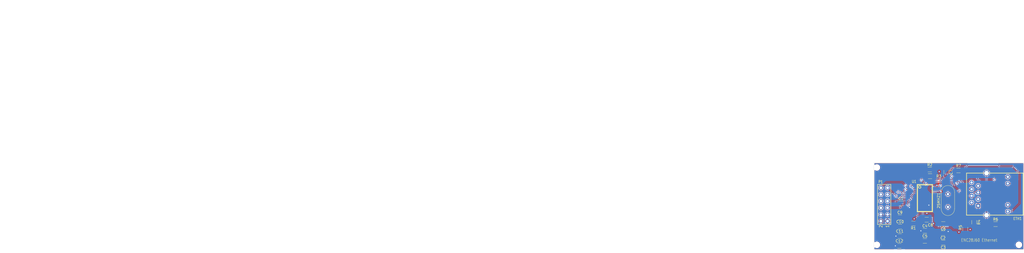
<source format=kicad_pcb>
(kicad_pcb (version 20211014) (generator pcbnew)
  (layers (0 "F.Cu" signal) (31 "B.Cu" signal) (34 "B.Paste" user) (35 "F.Paste" user) (36 "B.SilkS" user "B.Silkscreen") (37 "F.SilkS" user "F.Silkscreen") (38 "B.Mask" user) (39 "F.Mask" user) (44 "Edge.Cuts" user))
  (net 0 "")
  (net 1 "GND")
  (net 2 "Net-(25MHZ1-Pad1)")
  (net 3 "3.3V")
  (net 4 "Net-(25MHZ1-Pad2)")
  (net 5 "Net-(C1-Pad2)")
  (net 7 "/TPOUT+")
  (net 8 "/TPOUT-")
  (net 9 "/TPIN+")
  (net 10 "/TPIN-")
  (net 11 "/LEDA")
  (net 12 "Net-(ETH1-Pad10)")
  (net 13 "Net-(ETH1-Pad11)")
  (net 14 "/LEDB")
  (net 15 "/MISO")
  (net 17 "/MOSI")
  (net 18 "/RESET")
  (net 19 "/SCK")
  (net 21 "/CS")
  (net 22 "/INT")
  (net 23 "Net-(R1-Pad1)")
  (footprint "Resistor_SMD:R_1206_3216Metric" (layer "F.Cu") (at 165.1 71.2216)
    (fp_text reference "R7" (at 0 -1.82) (layer "F.SilkS"))
    (fp_text value "1k")
    (fp_line (start -0.727064 -0.91) (end 0.727064 -0.91) (layer "F.SilkS") (width 0.12))
    (fp_line (start -0.727064 0.91) (end 0.727064 0.91) (layer "F.SilkS") (width 0.12))
    (pad "1" smd roundrect (at -1.4625 0) (size 1.125 1.75) (layers "F.Cu" "F.Paste" "F.Mask") (roundrect_rratio 0.222222) (net 1 "GND"))
    (pad "2" smd roundrect (at 1.4625 0) (size 1.125 1.75) (layers "F.Cu" "F.Paste" "F.Mask") (roundrect_rratio 0.222222) (net 13 "Net-(ETH1-Pad11)"))
  )
  (footprint "Crystal:Crystal_HC49-4H_Vertical" (layer "F.Cu") (at 161.0868 85.1016 90)
    (fp_text reference "25MHZ1" (at 2.44 -3.525 90) (layer "F.SilkS"))
    (fp_text value "XTALfast")
    (fp_line (start -0.76 -2.525) (end 5.64 -2.525) (layer "F.SilkS") (width 0.12))
    (fp_line (start -0.76 2.525) (end 5.64 2.525) (layer "F.SilkS") (width 0.12))
    (fp_arc (start -0.76 2.525) (mid -3.285 0) (end -0.76 -2.525) (layer "F.SilkS") (width 0.12))
    (fp_arc (start 5.64 -2.525) (mid 8.165 0) (end 5.64 2.525) (layer "F.SilkS") (width 0.12))
    (pad "1" thru_hole circle (at 0 0 90) (size 1.5 1.5) (drill 0.8) (layers *.Cu *.Mask) (net 2 "Net-(25MHZ1-Pad1)"))
    (pad "2" thru_hole circle (at 4.88 0 90) (size 1.5 1.5) (drill 0.8) (layers *.Cu *.Mask) (net 4 "Net-(25MHZ1-Pad2)"))
  )
  (footprint "EasyEda:MountingHole_2.03mm" (layer "F.Cu") (at 134.0192 99.5336)
    (fp_text reference "" (at 0 0) (layer "F.SilkS") (effects (font (size 1.27 1.27))))
    (fp_text value "" (at 0 0) (layer "F.SilkS") (effects (font (size 1.27 1.27))))
    (pad "" np_thru_hole circle (at 0 0) (size 2.032 2.032) (drill 2.032) (layers *.Cu *.Mask))
  )
  (footprint "EasyEda:MountingHole_2.03mm" (layer "F.Cu") (at 188.1212 99.5336)
    (fp_text reference "" (at 0 0) (layer "F.SilkS") (effects (font (size 1.27 1.27))))
    (fp_text value "" (at 0 0) (layer "F.SilkS") (effects (font (size 1.27 1.27))))
    (pad "" np_thru_hole circle (at 0 0) (size 2.032 2.032) (drill 2.032) (layers *.Cu *.Mask))
  )
  (footprint "Resistor_SMD:R_1206_3216Metric" (layer "F.Cu") (at 171.0944 90.932 -90)
    (fp_text reference "R4" (at 0 -1.82 -90) (layer "F.SilkS"))
    (fp_text value "1k")
    (fp_line (start -0.727064 0.91) (end 0.727064 0.91) (layer "F.SilkS") (width 0.12))
    (fp_line (start -0.727064 -0.91) (end 0.727064 -0.91) (layer "F.SilkS") (width 0.12))
    (pad "1" smd roundrect (at -1.4625 0 270) (size 1.125 1.75) (layers "F.Cu" "F.Paste" "F.Mask") (roundrect_rratio 0.222222) (net 7 "/TPOUT+"))
    (pad "2" smd roundrect (at 1.4625 0 270) (size 1.125 1.75) (layers "F.Cu" "F.Paste" "F.Mask") (roundrect_rratio 0.222222) (net 3 "3.3V"))
  )
  (footprint "Resistor_SMD:R_1206_3216Metric" (layer "F.Cu") (at 167.6908 93.5228 -90)
    (fp_text reference "R5" (at -0.5588 1.8288 -90) (layer "F.SilkS"))
    (fp_text value "1k")
    (fp_line (start -0.727064 -0.91) (end 0.727064 -0.91) (layer "F.SilkS") (width 0.12))
    (fp_line (start -0.727064 0.91) (end 0.727064 0.91) (layer "F.SilkS") (width 0.12))
    (pad "1" smd roundrect (at -1.4625 0 270) (size 1.125 1.75) (layers "F.Cu" "F.Paste" "F.Mask") (roundrect_rratio 0.222222) (net 8 "/TPOUT-"))
    (pad "2" smd roundrect (at 1.4625 0 270) (size 1.125 1.75) (layers "F.Cu" "F.Paste" "F.Mask") (roundrect_rratio 0.222222) (net 3 "3.3V"))
  )
  (footprint "Capacitor_SMD:C_1206_3216Metric" (layer "F.Cu") (at 153.0096 89.9668 180)
    (fp_text reference "C8" (at -1.4224 -2.032 180) (layer "F.SilkS"))
    (fp_text value "20p")
    (fp_line (start -0.711252 -0.91) (end 0.711252 -0.91) (layer "F.SilkS") (width 0.12))
    (fp_line (start -0.711252 0.91) (end 0.711252 0.91) (layer "F.SilkS") (width 0.12))
    (pad "1" smd roundrect (at -1.475 0 180) (size 1.15 1.8) (layers "F.Cu" "F.Paste" "F.Mask") (roundrect_rratio 0.217391))
    (pad "2" smd roundrect (at 1.475 0 180) (size 1.15 1.8) (layers "F.Cu" "F.Paste" "F.Mask") (roundrect_rratio 0.217391) (net 2 "Net-(25MHZ1-Pad1)"))
  )
  (footprint "Capacitor_SMD:C_1206_3216Metric" (layer "F.Cu") (at 142.8496 92.6084)
    (fp_text reference "C10" (at 0 -1.85) (layer "F.SilkS"))
    (fp_text value "1u")
    (fp_line (start -0.711252 0.91) (end 0.711252 0.91) (layer "F.SilkS") (width 0.12))
    (fp_line (start -0.711252 -0.91) (end 0.711252 -0.91) (layer "F.SilkS") (width 0.12))
    (pad "1" smd roundrect (at -1.475 0) (size 1.15 1.8) (layers "F.Cu" "F.Paste" "F.Mask") (roundrect_rratio 0.217391) (net 1 "GND"))
    (pad "2" smd roundrect (at 1.475 0) (size 1.15 1.8) (layers "F.Cu" "F.Paste" "F.Mask") (roundrect_rratio 0.217391) (net 3 "3.3V"))
  )
  (footprint "EasyEda:SSOP28DB" (layer "F.Cu") (at 152.3072 81.7536 -90)
    (fp_text reference "U1" (at -6.35 5.042) (layer "F.SilkS") (effects (font (size 1.029 0.857) (thickness 0.142)) (justify left)))
    (fp_text value "ENC28J60" hide)
    (fp_line (start 5.029 -2.769) (end 5.029 2.769) (layer "F.SilkS") (width 0.254))
    (fp_line (start 5.207 -2.921) (end 5.207 2.921) (layer "F.SilkS") (width 0.254))
    (fp_line (start -5.207 2.921) (end -5.207 -2.921) (layer "F.SilkS") (width 0.254))
    (fp_line (start -5.207 -2.921) (end 5.207 -2.921) (layer "F.SilkS") (width 0.254))
    (fp_line (start 5.207 2.921) (end -5.207 2.921) (layer "F.SilkS") (width 0.254))
    (fp_line (start -5.029 2.769) (end -5.029 -2.769) (layer "F.SilkS") (width 0.254))
    (fp_line (start -5.029 -2.769) (end 5.029 -2.769) (layer "F.SilkS") (width 0.254))
    (fp_line (start 5.029 2.769) (end -5.029 2.769) (layer "F.SilkS") (width 0.254))
    (fp_circle (center -4.216 1.956) (end -3.759 1.956) (layer "F.SilkS") (width 0.254) (fill none))
    (pad "1" smd rect (at -4.216 3.658 270) (size 0.348 1.397) (layers "F.Cu" "F.Paste" "F.Mask") (net 5 "Net-(C1-Pad2)"))
    (pad "2" smd rect (at -3.581 3.658 270) (size 0.348 1.397) (layers "F.Cu" "F.Paste" "F.Mask") (net 1 "GND"))
    (pad "3" smd rect (at -2.921 3.658 270) (size 0.348 1.397) (layers "F.Cu" "F.Paste" "F.Mask"))
    (pad "4" smd rect (at -2.286 3.658 270) (size 0.348 1.397) (layers "F.Cu" "F.Paste" "F.Mask") (net 22 "/INT"))
    (pad "5" smd rect (at -1.626 3.658 270) (size 0.348 1.397) (layers "F.Cu" "F.Paste" "F.Mask"))
    (pad "6" smd rect (at -0.965 3.658 270) (size 0.348 1.397) (layers "F.Cu" "F.Paste" "F.Mask") (net 15 "/MISO"))
    (pad "7" smd rect (at -0.33 3.658 270) (size 0.348 1.397) (layers "F.Cu" "F.Paste" "F.Mask") (net 17 "/MOSI"))
    (pad "8" smd rect (at 0.33 3.658 270) (size 0.348 1.397) (layers "F.Cu" "F.Paste" "F.Mask") (net 19 "/SCK"))
    (pad "9" smd rect (at 0.965 3.658 270) (size 0.348 1.397) (layers "F.Cu" "F.Paste" "F.Mask") (net 21 "/CS"))
    (pad "10" smd rect (at 1.626 3.658 270) (size 0.348 1.397) (layers "F.Cu" "F.Paste" "F.Mask") (net 18 "/RESET"))
    (pad "11" smd rect (at 2.286 3.658 270) (size 0.348 1.397) (layers "F.Cu" "F.Paste" "F.Mask") (net 1 "GND"))
    (pad "12" smd rect (at 2.921 3.658 270) (size 0.348 1.397) (layers "F.Cu" "F.Paste" "F.Mask") (net 10 "/TPIN-"))
    (pad "13" smd rect (at 3.581 3.658 270) (size 0.348 1.397) (layers "F.Cu" "F.Paste" "F.Mask") (net 9 "/TPIN+"))
    (pad "14" smd rect (at 4.216 3.658 270) (size 0.348 1.397) (layers "F.Cu" "F.Paste" "F.Mask") (net 23 "Net-(R1-Pad1)"))
    (pad "15" smd rect (at 4.216 -3.658 270) (size 0.348 1.397) (layers "F.Cu" "F.Paste" "F.Mask") (net 3 "3.3V"))
    (pad "16" smd rect (at 3.581 -3.658 270) (size 0.348 1.397) (layers "F.Cu" "F.Paste" "F.Mask") (net 8 "/TPOUT-"))
    (pad "17" smd rect (at 2.921 -3.658 270) (size 0.348 1.397) (layers "F.Cu" "F.Paste" "F.Mask") (net 7 "/TPOUT+"))
    (pad "18" smd rect (at 2.286 -3.658 270) (size 0.348 1.397) (layers "F.Cu" "F.Paste" "F.Mask") (net 1 "GND"))
    (pad "19" smd rect (at 1.626 -3.658 270) (size 0.348 1.397) (layers "F.Cu" "F.Paste" "F.Mask") (net 3 "3.3V"))
    (pad "20" smd rect (at 0.965 -3.658 270) (size 0.348 1.397) (layers "F.Cu" "F.Paste" "F.Mask") (net 3 "3.3V"))
    (pad "21" smd rect (at 0.33 -3.658 270) (size 0.348 1.397) (layers "F.Cu" "F.Paste" "F.Mask") (net 1 "GND"))
    (pad "22" smd rect (at -0.33 -3.658 270) (size 0.348 1.397) (layers "F.Cu" "F.Paste" "F.Mask") (net 1 "GND"))
    (pad "23" smd rect (at -0.965 -3.658 270) (size 0.348 1.397) (layers "F.Cu" "F.Paste" "F.Mask") (net 2 "Net-(25MHZ1-Pad1)"))
    (pad "24" smd rect (at -1.626 -3.658 270) (size 0.348 1.397) (layers "F.Cu" "F.Paste" "F.Mask") (net 4 "Net-(25MHZ1-Pad2)"))
    (pad "25" smd rect (at -2.286 -3.658 270) (size 0.348 1.397) (layers "F.Cu" "F.Paste" "F.Mask") (net 3 "3.3V"))
    (pad "26" smd rect (at -2.921 -3.658 270) (size 0.348 1.397) (layers "F.Cu" "F.Paste" "F.Mask") (net 14 "/LEDB"))
    (pad "27" smd rect (at -3.581 -3.658 270) (size 0.348 1.397) (layers "F.Cu" "F.Paste" "F.Mask") (net 11 "/LEDA"))
    (pad "28" smd rect (at -4.216 -3.658 270) (size 0.348 1.397) (layers "F.Cu" "F.Paste" "F.Mask") (net 3 "3.3V"))
  )
  (footprint "Capacitor_SMD:C_1206_3216Metric" (layer "F.Cu") (at 142.7988 89.0524)
    (fp_text reference "C9" (at 0 -1.85) (layer "F.SilkS"))
    (fp_text value "1u")
    (fp_line (start -0.711252 -0.91) (end 0.711252 -0.91) (layer "F.SilkS") (width 0.12))
    (fp_line (start -0.711252 0.91) (end 0.711252 0.91) (layer "F.SilkS") (width 0.12))
    (pad "1" smd roundrect (at -1.475 0) (size 1.15 1.8) (layers "F.Cu" "F.Paste" "F.Mask") (roundrect_rratio 0.217391) (net 1 "GND"))
    (pad "2" smd roundrect (at 1.475 0) (size 1.15 1.8) (layers "F.Cu" "F.Paste" "F.Mask") (roundrect_rratio 0.217391) (net 3 "3.3V"))
  )
  (footprint "Resistor_SMD:R_1206_3216Metric" (layer "F.Cu") (at 179.2312 91.6596)
    (fp_text reference "R6" (at 0 -1.82) (layer "F.SilkS"))
    (fp_text value "1k")
    (fp_line (start -0.727064 0.91) (end 0.727064 0.91) (layer "F.SilkS") (width 0.12))
    (fp_line (start -0.727064 -0.91) (end 0.727064 -0.91) (layer "F.SilkS") (width 0.12))
    (pad "1" smd roundrect (at -1.4625 0) (size 1.125 1.75) (layers "F.Cu" "F.Paste" "F.Mask") (roundrect_rratio 0.222222) (net 1 "GND"))
    (pad "2" smd roundrect (at 1.4625 0) (size 1.125 1.75) (layers "F.Cu" "F.Paste" "F.Mask") (roundrect_rratio 0.222222) (net 12 "Net-(ETH1-Pad10)"))
  )
  (footprint "Resistor_SMD:R_1206_3216Metric" (layer "F.Cu") (at 147.9296 91.3892 180)
    (fp_text reference "R1" (at 0 -1.82 180) (layer "F.SilkS"))
    (fp_text value "1k")
    (fp_line (start -0.727064 0.91) (end 0.727064 0.91) (layer "F.SilkS") (width 0.12))
    (fp_line (start -0.727064 -0.91) (end 0.727064 -0.91) (layer "F.SilkS") (width 0.12))
    (pad "1" smd roundrect (at -1.4625 0 180) (size 1.125 1.75) (layers "F.Cu" "F.Paste" "F.Mask") (roundrect_rratio 0.222222) (net 23 "Net-(R1-Pad1)"))
    (pad "2" smd roundrect (at 1.4625 0 180) (size 1.125 1.75) (layers "F.Cu" "F.Paste" "F.Mask") (roundrect_rratio 0.222222) (net 1 "GND"))
  )
  (footprint "Capacitor_SMD:C_1206_3216Metric" (layer "F.Cu") (at 142.748 96.2152)
    (fp_text reference "C11" (at 0 -1.85) (layer "F.SilkS"))
    (fp_text value "1u")
    (fp_line (start -0.711252 0.91) (end 0.711252 0.91) (layer "F.SilkS") (width 0.12))
    (fp_line (start -0.711252 -0.91) (end 0.711252 -0.91) (layer "F.SilkS") (width 0.12))
    (pad "1" smd roundrect (at -1.475 0) (size 1.15 1.8) (layers "F.Cu" "F.Paste" "F.Mask") (roundrect_rratio 0.217391) (net 1 "GND"))
    (pad "2" smd roundrect (at 1.475 0) (size 1.15 1.8) (layers "F.Cu" "F.Paste" "F.Mask") (roundrect_rratio 0.217391) (net 3 "3.3V"))
  )
  (footprint "EasyEda:HDR2X6" (layer "F.Cu") (at 138.0832 90.6436 90)
    (fp_text reference "P1" (at 15.104 -3.5648) (layer "F.SilkS") (effects (font (size 1.029 0.857) (thickness 0.142)) (justify left)))
    (fp_text value "HDR2X6" hide)
    (fp_text user "1" (at -2.413 0 90) (layer "F.SilkS") (effects (font (size 1.143 0.953) (thickness 0.163)) (justify left)))
    (fp_text user "2" (at -2.413 -2.54 90) (layer "F.SilkS") (effects (font (size 1.143 0.953) (thickness 0.163)) (justify left)))
    (fp_line (start -1.143 -3.81) (end 14.097 -3.81) (layer "F.SilkS") (width 0.201))
    (fp_line (start -1.143 1.27) (end -1.143 -3.81) (layer "F.SilkS") (width 0.201))
    (fp_line (start 14.097 1.27) (end 14.097 -3.81) (layer "F.SilkS") (width 0.201))
    (fp_line (start -1.143 1.27) (end 14.097 1.27) (layer "F.SilkS") (width 0.201))
    (pad "1" thru_hole rect (at 0.127 0 90) (size 1.499 1.499) (drill 0.914) (layers *.Cu *.Paste *.Mask) (net 3 "3.3V"))
    (pad "2" thru_hole circle (at 0.127 -2.54 90) (size 1.499 1.499) (drill 0.914) (layers *.Cu *.Paste *.Mask) (net 3 "3.3V"))
    (pad "3" thru_hole circle (at 2.667 0 90) (size 1.499 1.499) (drill 0.914) (layers *.Cu *.Paste *.Mask) (net 1 "GND"))
    (pad "4" thru_hole circle (at 2.667 -2.54 90) (size 1.499 1.499) (drill 0.914) (layers *.Cu *.Paste *.Mask) (net 1 "GND"))
    (pad "5" thru_hole circle (at 5.207 0 90) (size 1.499 1.499) (drill 0.914) (layers *.Cu *.Paste *.Mask) (net 15 "/MISO"))
    (pad "6" thru_hole circle (at 5.207 -2.54 90) (size 1.499 1.499) (drill 0.914) (layers *.Cu *.Paste *.Mask))
    (pad "7" thru_hole circle (at 7.747 0 90) (size 1.499 1.499) (drill 0.914) (layers *.Cu *.Paste *.Mask) (net 17 "/MOSI"))
    (pad "8" thru_hole circle (at 7.747 -2.54 90) (size 1.499 1.499) (drill 0.914) (layers *.Cu *.Paste *.Mask) (net 18 "/RESET"))
    (pad "9" thru_hole circle (at 10.287 0 90) (size 1.499 1.499) (drill 0.914) (layers *.Cu *.Paste *.Mask) (net 19 "/SCK"))
    (pad "10" thru_hole circle (at 10.287 -2.54 90) (size 1.499 1.499) (drill 0.914) (layers *.Cu *.Paste *.Mask))
    (pad "11" thru_hole circle (at 12.827 0 90) (size 1.499 1.499) (drill 0.914) (layers *.Cu *.Paste *.Mask) (net 21 "/CS"))
    (pad "12" thru_hole circle (at 12.827 -2.54 90) (size 1.499 1.499) (drill 0.914) (layers *.Cu *.Paste *.Mask) (net 22 "/INT"))
  )
  (footprint "Capacitor_SMD:C_1206_3216Metric" (layer "F.Cu") (at 159.3088 91.5924 180)
    (fp_text reference "C6" (at 0 -1.85 180) (layer "F.SilkS"))
    (fp_text value "1u")
    (fp_line (start -0.711252 0.91) (end 0.711252 0.91) (layer "F.SilkS") (width 0.12))
    (fp_line (start -0.711252 -0.91) (end 0.711252 -0.91) (layer "F.SilkS") (width 0.12))
    (pad "1" smd roundrect (at -1.475 0 180) (size 1.15 1.8) (layers "F.Cu" "F.Paste" "F.Mask") (roundrect_rratio 0.217391) (net 1 "GND"))
    (pad "2" smd roundrect (at 1.475 0 180) (size 1.15 1.8) (layers "F.Cu" "F.Paste" "F.Mask") (roundrect_rratio 0.217391) (net 3 "3.3V"))
  )
  (footprint "Resistor_SMD:R_1206_3216Metric" (layer "F.Cu") (at 154.178 70.866)
    (fp_text reference "R2" (at 0 -1.82) (layer "F.SilkS"))
    (fp_text value "1k")
    (fp_line (start -0.727064 0.91) (end 0.727064 0.91) (layer "F.SilkS") (width 0.12))
    (fp_line (start -0.727064 -0.91) (end 0.727064 -0.91) (layer "F.SilkS") (width 0.12))
    (pad "1" smd roundrect (at -1.4625 0) (size 1.125 1.75) (layers "F.Cu" "F.Paste" "F.Mask") (roundrect_rratio 0.222222) (net 9 "/TPIN+"))
    (pad "2" smd roundrect (at 1.4625 0) (size 1.125 1.75) (layers "F.Cu" "F.Paste" "F.Mask") (roundrect_rratio 0.222222) (net 3 "3.3V"))
  )
  (footprint "Capacitor_SMD:C_1206_3216Metric" (layer "F.Cu") (at 160.4772 71.8312 -90)
    (fp_text reference "C7" (at 0 -1.85 90) (layer "F.SilkS"))
    (fp_text value "20p")
    (fp_line (start -0.711252 -0.91) (end 0.711252 -0.91) (layer "F.SilkS") (width 0.12))
    (fp_line (start -0.711252 0.91) (end 0.711252 0.91) (layer "F.SilkS") (width 0.12))
    (pad "1" smd roundrect (at -1.475 0 270) (size 1.15 1.8) (layers "F.Cu" "F.Paste" "F.Mask") (roundrect_rratio 0.217391) (net 1 "GND"))
    (pad "2" smd roundrect (at 1.475 0 270) (size 1.15 1.8) (layers "F.Cu" "F.Paste" "F.Mask") (roundrect_rratio 0.217391) (net 4 "Net-(25MHZ1-Pad2)"))
  )
  (footprint "Capacitor_SMD:C_1206_3216Metric" (layer "F.Cu") (at 159.2072 95.0976 180)
    (fp_text reference "C2" (at 0 -1.85 180) (layer "F.SilkS"))
    (fp_text value "1u")
    (fp_line (start -0.711252 0.91) (end 0.711252 0.91) (layer "F.SilkS") (width 0.12))
    (fp_line (start -0.711252 -0.91) (end 0.711252 -0.91) (layer "F.SilkS") (width 0.12))
    (pad "1" smd roundrect (at -1.475 0 180) (size 1.15 1.8) (layers "F.Cu" "F.Paste" "F.Mask") (roundrect_rratio 0.217391) (net 1 "GND"))
    (pad "2" smd roundrect (at 1.475 0 180) (size 1.15 1.8) (layers "F.Cu" "F.Paste" "F.Mask") (roundrect_rratio 0.217391) (net 3 "3.3V"))
  )
  (footprint "Capacitor_SMD:C_1206_3216Metric" (layer "F.Cu") (at 143.1632 83.7856)
    (fp_text reference "C1" (at 0 -1.85) (layer "F.SilkS"))
    (fp_text value "1u")
    (fp_line (start -0.711252 -0.91) (end 0.711252 -0.91) (layer "F.SilkS") (width 0.12))
    (fp_line (start -0.711252 0.91) (end 0.711252 0.91) (layer "F.SilkS") (width 0.12))
    (pad "1" smd roundrect (at -1.475 0) (size 1.15 1.8) (layers "F.Cu" "F.Paste" "F.Mask") (roundrect_rratio 0.217391) (net 1 "GND"))
    (pad "2" smd roundrect (at 1.475 0) (size 1.15 1.8) (layers "F.Cu" "F.Paste" "F.Mask") (roundrect_rratio 0.217391) (net 5 "Net-(C1-Pad2)"))
  )
  (footprint "Capacitor_SMD:C_1206_3216Metric" (layer "F.Cu") (at 159.3088 98.7044 180)
    (fp_text reference "C3" (at 0 -1.85 180) (layer "F.SilkS"))
    (fp_text value "1u")
    (fp_line (start -0.711252 -0.91) (end 0.711252 -0.91) (layer "F.SilkS") (width 0.12))
    (fp_line (start -0.711252 0.91) (end 0.711252 0.91) (layer "F.SilkS") (width 0.12))
    (pad "1" smd roundrect (at -1.475 0 180) (size 1.15 1.8) (layers "F.Cu" "F.Paste" "F.Mask") (roundrect_rratio 0.217391) (net 1 "GND"))
    (pad "2" smd roundrect (at 1.475 0 180) (size 1.15 1.8) (layers "F.Cu" "F.Paste" "F.Mask") (roundrect_rratio 0.217391) (net 3 "3.3V"))
  )
  (footprint "Capacitor_SMD:C_1206_3216Metric" (layer "F.Cu") (at 152.3072 94.1996)
    (fp_text reference "C4" (at 0 -1.85) (layer "F.SilkS"))
    (fp_text value "1u")
    (fp_line (start -0.711252 0.91) (end 0.711252 0.91) (layer "F.SilkS") (width 0.12))
    (fp_line (start -0.711252 -0.91) (end 0.711252 -0.91) (layer "F.SilkS") (width 0.12))
    (pad "1" smd roundrect (at -1.475 0) (size 1.15 1.8) (layers "F.Cu" "F.Paste" "F.Mask") (roundrect_rratio 0.217391) (net 1 "GND"))
    (pad "2" smd roundrect (at 1.475 0) (size 1.15 1.8) (layers "F.Cu" "F.Paste" "F.Mask") (roundrect_rratio 0.217391) (net 3 "3.3V"))
  )
  (footprint "EasyEda:HR911105A" (layer "F.Cu") (at 178.9772 80.2296 -90)
    (fp_text reference "ETH1" (at 9.3308 -6.9508 -180) (layer "F.SilkS") (effects (font (size 1.029 0.857) (thickness 0.142)) (justify left)))
    (fp_text value "CON-RJ45-F" hide)
    (fp_line (start -8.001 10.795) (end -8.001 -10.795) (layer "F.SilkS") (width 0.254))
    (fp_line (start -8.001 -10.795) (end 8.001 -10.795) (layer "F.SilkS") (width 0.254))
    (fp_line (start 8.001 10.795) (end -8.001 10.795) (layer "F.SilkS") (width 0.254))
    (fp_line (start 8.001 -10.795) (end 8.001 10.795) (layer "F.SilkS") (width 0.254))
    (pad "1" thru_hole rect (at 4.445 6.35 90) (size 1.524 1.524) (drill 0.813) (layers *.Cu *.Paste *.Mask) (net 7 "/TPOUT+"))
    (pad "2" thru_hole circle (at 3.175 8.89 90) (size 1.524 1.524) (drill 0.813) (layers *.Cu *.Paste *.Mask) (net 8 "/TPOUT-"))
    (pad "3" thru_hole circle (at 1.905 6.35 90) (size 1.524 1.524) (drill 0.813) (layers *.Cu *.Paste *.Mask) (net 9 "/TPIN+"))
    (pad "4" thru_hole circle (at 0.635 8.89 90) (size 1.524 1.524) (drill 0.813) (layers *.Cu *.Paste *.Mask) (net 3 "3.3V"))
    (pad "5" thru_hole circle (at -0.635 6.35 90) (size 1.524 1.524) (drill 0.813) (layers *.Cu *.Paste *.Mask) (net 3 "3.3V"))
    (pad "6" thru_hole circle (at -1.905 8.89 90) (size 1.524 1.524) (drill 0.813) (layers *.Cu *.Paste *.Mask) (net 10 "/TPIN-"))
    (pad "7" thru_hole circle (at -3.175 6.35 90) (size 1.524 1.524) (drill 0.813) (layers *.Cu *.Paste *.Mask))
    (pad "8" thru_hole circle (at -4.445 8.89 90) (size 1.524 1.524) (drill 0.813) (layers *.Cu *.Paste *.Mask))
    (pad "9" thru_hole circle (at 6.604 -4.902 90) (size 1.524 1.524) (drill 0.813) (layers *.Cu *.Paste *.Mask) (net 11 "/LEDA"))
    (pad "10" thru_hole circle (at 4.064 -4.902 90) (size 1.524 1.524) (drill 0.813) (layers *.Cu *.Paste *.Mask) (net 12 "Net-(ETH1-Pad10)"))
    (pad "11" thru_hole circle (at -4.064 -4.902 90) (size 1.524 1.524) (drill 0.813) (layers *.Cu *.Paste *.Mask) (net 13 "Net-(ETH1-Pad11)"))
    (pad "12" thru_hole circle (at -6.604 -4.902 90) (size 1.524 1.524) (drill 0.813) (layers *.Cu *.Paste *.Mask) (net 14 "/LEDB"))
    (pad "13" thru_hole circle (at 8.001 3.175 90) (size 2.159 2.159) (drill 1.651) (layers *.Cu *.Paste *.Mask) (net 1 "GND"))
    (pad "14" thru_hole circle (at -8.001 3.175 90) (size 2.159 2.159) (drill 1.651) (layers *.Cu *.Paste *.Mask) (net 1 "GND"))
  )
  (footprint "EasyEda:MountingHole_2.03mm" (layer "F.Cu") (at 134.0192 70.0696)
    (fp_text reference "" (at 0 0) (layer "F.SilkS") (effects (font (size 1.27 1.27))))
    (fp_text value "" (at 0 0) (layer "F.SilkS") (effects (font (size 1.27 1.27))))
    (pad "" np_thru_hole circle (at 0 0) (size 2.032 2.032) (drill 2.032) (layers *.Cu *.Mask))
  )
  (footprint "Capacitor_SMD:C_1206_3216Metric" (layer "F.Cu") (at 152.3072 98.044)
    (fp_text reference "C5" (at 0 -1.85) (layer "F.SilkS"))
    (fp_text value "1u")
    (fp_line (start -0.711252 0.91) (end 0.711252 0.91) (layer "F.SilkS") (width 0.12))
    (fp_line (start -0.711252 -0.91) (end 0.711252 -0.91) (layer "F.SilkS") (width 0.12))
    (pad "1" smd roundrect (at -1.475 0) (size 1.15 1.8) (layers "F.Cu" "F.Paste" "F.Mask") (roundrect_rratio 0.217391) (net 1 "GND"))
    (pad "2" smd roundrect (at 1.475 0) (size 1.15 1.8) (layers "F.Cu" "F.Paste" "F.Mask") (roundrect_rratio 0.217391) (net 3 "3.3V"))
  )
  (footprint "Resistor_SMD:R_1206_3216Metric" (layer "F.Cu") (at 154.2796 73.406)
    (fp_text reference "R3" (at 3.3528 0) (layer "F.SilkS"))
    (fp_text value "1k")
    (fp_line (start -0.727064 -0.91) (end 0.727064 -0.91) (layer "F.SilkS") (width 0.12))
    (fp_line (start -0.727064 0.91) (end 0.727064 0.91) (layer "F.SilkS") (width 0.12))
    (pad "1" smd roundrect (at -1.4625 0) (size 1.125 1.75) (layers "F.Cu" "F.Paste" "F.Mask") (roundrect_rratio 0.222222) (net 10 "/TPIN-"))
    (pad "2" smd roundrect (at 1.4625 0) (size 1.125 1.75) (layers "F.Cu" "F.Paste" "F.Mask") (roundrect_rratio 0.222222) (net 3 "3.3V"))
  )
  (footprint "Capacitor_SMD:C_1206_3216Metric" (layer "F.Cu") (at 142.5956 99.9236)
    (fp_text reference "C12" (at 0 -1.85) (layer "F.SilkS"))
    (fp_text value "1u")
    (fp_line (start -0.711252 0.91) (end 0.711252 0.91) (layer "F.SilkS") (width 0.12))
    (fp_line (start -0.711252 -0.91) (end 0.711252 -0.91) (layer "F.SilkS") (width 0.12))
    (pad "1" smd roundrect (at -1.475 0) (size 1.15 1.8) (layers "F.Cu" "F.Paste" "F.Mask") (roundrect_rratio 0.217391) (net 1 "GND"))
    (pad "2" smd roundrect (at 1.475 0) (size 1.15 1.8) (layers "F.Cu" "F.Paste" "F.Mask") (roundrect_rratio 0.217391) (net 3 "3.3V"))
  )
  (gr_rect (start 132.842 68.2244) (end 190.0428 101.4476) (layer "Edge.Cuts") (width 0.05) (fill none))
  (gr_text "ENC28J60 Ethernet" (at 166.0232 97.7556) (layer "F.SilkS") (effects (font (size 1.143 0.953) (thickness 0.102)) (justify left)))
  (segment (start 175.8022 88.2306) (end 175.8022 72.2286) (width 0.254) (layer "F.Cu") (net 1))
  (segment (start 142.6552 90.3312) (end 142.9512 90.6272) (width 0.254) (layer "F.Cu") (net 1))
  (segment (start 141.3746 92.6084) (end 141.3746 91.6118) (width 0.25) (layer "F.Cu") (net 1))
  (segment (start 154.606 83.5444) (end 154.3392 83.2776) (width 0.254) (layer "F.Cu") (net 1))
  (segment (start 155.9652 84.0396) (end 155.1012 84.0396) (width 0.254) (layer "F.Cu") (net 1))
  (segment (start 150.7832 94.1996) (end 151.8068 94.1996) (width 0.254) (layer "F.Cu") (net 1))
  (segment (start 151.9428 98.044) (end 150.8322 98.044) (width 0.254) (layer "F.Cu") (net 1))
  (segment (start 171.6006 73.6074) (end 175.8022 77.809) (width 0.25) (layer "F.Cu") (net 1))
  (segment (start 147.7352 84.0396) (end 146.4652 85.3096) (width 0.254) (layer "F.Cu") (net 1))
  (segment (start 159.1652 93.211) (end 160.7838 91.5924) (width 0.254) (layer "F.Cu") (net 1))
  (segment (start 152.3072 97.6796) (end 151.9428 98.044) (width 0.254) (layer "F.Cu") (net 1))
  (segment (start 139.3532 88.3576) (end 135.9242 88.3576) (width 0.254) (layer "F.Cu") (net 1))
  (segment (start 159.1652 97.0858) (end 159.1652 96.6304) (width 0.25) (layer "F.Cu") (net 1))
  (segment (start 154.3392 81.7536) (end 154.6692 81.4236) (width 0.254) (layer "F.Cu") (net 1))
  (segment (start 151.2912 79.2136) (end 151.2912 82.2616) (width 0.254) (layer "F.Cu") (net 1))
  (segment (start 154.606 83.5444) (end 154.606 83.646) (width 0.254) (layer "F.Cu") (net 1))
  (segment (start 142.9512 90.6272) (end 142.9512 94.537) (width 0.254) (layer "F.Cu") (net 1))
  (segment (start 149.5132 84.0396) (end 148.6492 84.0396) (width 0.254) (layer "F.Cu") (net 1))
  (segment (start 143.0412 89.2416) (end 142.8114 89.4714) (width 0.254) (layer "F.Cu") (net 1))
  (segment (start 155.9652 81.4236) (end 155.9652 82.0836) (width 0.254) (layer "F.Cu") (net 1))
  (segment (start 143.0412 86.5796) (end 141.1312 86.5796) (width 0.254) (layer "F.Cu") (net 1))
  (segment (start 142.9512 94.537) (end 141.273 96.2152) (width 0.254) (layer "F.Cu") (net 1))
  (segment (start 145.8575 90.7796) (end 143.6116 90.7796) (width 0.25) (layer "F.Cu") (net 1))
  (segment (start 143.6116 90.7796) (end 142.6552 89.8232) (width 0.25) (layer "F.Cu") (net 1))
  (segment (start 175.8022 77.809) (end 175.8022 88.2306) (width 0.25) (layer "F.Cu") (net 1))
  (segment (start 163.6375 71.2216) (end 163.6375 73.3641) (width 0.25) (layer "F.Cu") (net 1))
  (segment (start 142.6552 89.8232) (end 142.6552 90.3312) (width 0.254) (layer "F.Cu") (net 1))
  (segment (start 154.6692 81.4236) (end 155.9652 81.4236) (width 0.254) (layer "F.Cu") (net 1))
  (segment (start 154.606 83.646) (end 153.8224 84.4296) (width 0.254) (layer "F.Cu") (net 1))
  (segment (start 141.6882 83.7856) (end 143.0412 85.1386) (width 0.254) (layer "F.Cu") (net 1))
  (segment (start 175.8022 88.2306) (end 175.8022 89.7546) (width 0.254) (layer "F.Cu") (net 1))
  (segment (start 143.0412 85.1386) (end 143.0412 86.5796) (width 0.254) (layer "F.Cu") (net 1))
  (segment (start 151.8068 94.1996) (end 152.3072 94.7) (width 0.254) (layer "F.Cu") (net 1))
  (segment (start 145.3388 85.8012) (end 143.7038 85.8012) (width 0.254) (layer "F.Cu") (net 1))
  (segment (start 159.5284 94.4536) (end 161.1972 94.4536) (width 0.254) (layer "F.Cu") (net 1))
  (segment (start 160.4772 70.3562) (end 162.7721 70.3562) (width 0.25) (layer "F.Cu") (net 1))
  (segment (start 143.7038 85.8012) (end 143.0412 85.1386) (width 0.254) (layer "F.Cu") (net 1))
  (segment (start 146.4652 85.3096) (end 145.8304 85.3096) (width 0.254) (layer "F.Cu") (net 1))
  (segment (start 152.3072 94.7) (end 152.3072 97.6796) (width 0.254) (layer "F.Cu") (net 1))
  (segment (start 162.7721 70.3562) (end 163.6375 71.2216) (width 0.25) (layer "F.Cu") (net 1))
  (segment (start 150.2752 78.1976) (end 151.2912 79.2136) (width 0.254) (layer "F.Cu") (net 1))
  (segment (start 148.6492 78.1976) (end 150.2752 78.1976) (width 0.254) (layer "F.Cu") (net 1))
  (segment (start 155.1012 84.0396) (end 154.606 83.5444) (width 0.254) (layer "F.Cu") (net 1))
  (segment (start 148.6492 84.0396) (end 147.7352 84.0396) (width 0.254) (layer "F.Cu") (net 1))
  (segment (start 159.1652 96.6304) (end 159.1652 94.1996) (width 0.254) (layer "F.Cu") (net 1))
  (segment (start 151.2912 82.2616) (end 149.5132 84.0396) (width 0.254) (layer "F.Cu") (net 1))
  (segment (start 159.2072 94.1324) (end 159.5284 94.4536) (width 0.254) (layer "F.Cu") (net 1))
  (segment (start 163.6375 73.3641) (end 163.8808 73.6074) (width 0.25) (layer "F.Cu") (net 1))
  (segment (start 142.6552 89.6276) (end 142.6552 89.8232) (width 0.254) (layer "F.Cu") (net 1))
  (segment (start 141.1312 86.5796) (end 139.3532 88.3576) (width 0.254) (layer "F.Cu") (net 1))
  (segment (start 154.3392 83.2776) (end 154.3392 81.7536) (width 0.254) (layer "F.Cu") (net 1))
  (segment (start 146.4671 91.3892) (end 145.8575 90.7796) (width 0.25) (layer "F.Cu") (net 1))
  (segment (start 163.8808 73.6074) (end 171.6006 73.6074) (width 0.25) (layer "F.Cu") (net 1))
  (segment (start 141.3238 89.0524) (end 142.3924 89.0524) (width 0.25) (layer "F.Cu") (net 1))
  (segment (start 159.1652 96.6304) (end 159.1652 96.9936) (width 0.254) (layer "F.Cu") (net 1))
  (segment (start 142.8114 89.4714) (end 142.6552 89.6276) (width 0.254) (layer "F.Cu") (net 1))
  (segment (start 143.0412 86.5796) (end 143.0412 89.2416) (width 0.254) (layer "F.Cu") (net 1))
  (segment (start 159.1652 95.4696) (end 159.1652 93.211) (width 0.254) (layer "F.Cu") (net 1))
  (segment (start 142.3924 89.0524) (end 142.8114 89.4714) (width 0.25) (layer "F.Cu") (net 1))
  (segment (start 160.7838 98.7044) (end 159.1652 97.0858) (width 0.25) (layer "F.Cu") (net 1))
  (segment (start 145.8304 85.3096) (end 145.3388 85.8012) (width 0.254) (layer "F.Cu") (net 1))
  (segment (start 159.1652 94.1996) (end 159.2072 94.1576) (width 0.254) (layer "F.Cu") (net 1))
  (segment (start 175.8022 89.7546) (end 177.7072 91.6596) (width 0.254) (layer "F.Cu") (net 1))
  (segment (start 141.3746 91.6118) (end 142.6552 90.3312) (width 0.25) (layer "F.Cu") (net 1))
  (via (at 141.0716 99.9236) (size 0.8) (drill 0.4) (layers "F.Cu" "B.Cu") (net 1))
  (via (at 153.8224 84.4296) (size 0.8) (drill 0.4) (layers "F.Cu" "B.Cu") (net 1))
  (via (at 141.273 96.2152) (size 0.8) (drill 0.4) (layers "F.Cu" "B.Cu") (net 1))
  (via (at 150.7832 94.1996) (size 0.813) (drill 0.406) (layers "F.Cu" "B.Cu") (net 1))
  (via (at 161.1972 94.4536) (size 0.813) (drill 0.406) (layers "F.Cu" "B.Cu") (net 1))
  (via (at 146.4652 85.3096) (size 0.813) (drill 0.406) (layers "F.Cu" "B.Cu") (net 1))
  (segment (start 150.7832 94.1996) (end 151.0372 94.4536) (width 0.254) (layer "B.Cu") (net 1))
  (segment (start 141.273 99.7222) (end 141.0716 99.9236) (width 0.254) (layer "B.Cu") (net 1))
  (segment (start 151.0372 94.4536) (end 161.1972 94.4536) (width 0.254) (layer "B.Cu") (net 1))
  (segment (start 141.273 96.2152) (end 141.273 99.7222) (width 0.254) (layer "B.Cu") (net 1))
  (segment (start 175.8022 72.2286) (end 178.8502 72.2286) (width 0.254) (layer "B.Cu") (net 1))
  (segment (start 159.4612 83.5152) (end 160.7312 83.5152) (width 0.25) (layer "F.Cu") (net 2))
  (segment (start 153.4668 83.4644) (end 153.4668 81.6356) (width 0.25) (layer "F.Cu") (net 2))
  (segment (start 154.3138 80.7886) (end 155.9652 80.7886) (width 0.25) (layer "F.Cu") (net 2))
  (segment (start 155.9652 80.7886) (end 156.7346 80.7886) (width 0.25) (layer "F.Cu") (net 2))
  (segment (start 160.7312 83.5152) (end 161.0868 83.8708) (width 0.25) (layer "F.Cu") (net 2))
  (segment (start 151.5346 85.3966) (end 153.4668 83.4644) (width 0.25) (layer "F.Cu") (net 2))
  (segment (start 161.0868 83.8708) (end 161.0868 85.1016) (width 0.25) (layer "F.Cu") (net 2))
  (segment (start 151.5346 89.9668) (end 151.5346 85.3966) (width 0.25) (layer "F.Cu") (net 2))
  (segment (start 153.4668 81.6356) (end 154.3138 80.7886) (width 0.25) (layer "F.Cu") (net 2))
  (segment (start 156.7346 80.7886) (end 159.4612 83.5152) (width 0.25) (layer "F.Cu") (net 2))
  (segment (start 135.5432 90.5166) (end 138.0832 90.5166) (width 0.254) (layer "F.Cu") (net 3))
  (segment (start 157.8952 71.5176) (end 157.8952 70.8316) (width 0.254) (layer "F.Cu") (net 3))
  (segment (start 154.2072 94.1996) (end 156.6 94.1996) (width 0.254) (layer "F.Cu") (net 3))
  (segment (start 170.8763 92.3945) (end 169.5792 93.6916) (width 0.25) (layer "F.Cu") (net 3))
  (segment (start 156.8196 93.98) (end 156.8196 92.616) (width 0.254) (layer "F.Cu") (net 3))
  (segment (start 156.6 94.1996) (end 156.8196 93.98) (width 0.254) (layer "F.Cu") (net 3))
  (segment (start 157.1332 70.0696) (end 155.7312 70.0696) (width 0.254) (layer "F.Cu") (net 3))
  (segment (start 138.0832 96.8844) (end 139.1412 97.9424) (width 0.254) (layer "F.Cu") (net 3))
  (segment (start 139.1412 97.9424) (end 143.6116 97.9424) (width 0.254) (layer "F.Cu") (net 3))
  (segment (start 156.6888 91.9772) (end 156.1808 91.9772) (width 0.25) (layer "F.Cu") (net 3))
  (segment (start 154.6192 85.9696) (end 155.9652 85.9696) (width 0.254) (layer "F.Cu") (net 3))
  (segment (start 158.1492 79.4676) (end 158.4032 79.2136) (width 0.254) (layer "F.Cu") (net 3))
  (segment (start 144.5552 96.9988) (end 144.5552 91.9136) (width 0.254) (layer "F.Cu") (net 3))
  (segment (start 157.8952 70.8316) (end 157.1332 70.0696) (width 0.254) (layer "F.Cu") (net 3))
  (segment (start 156.8196 92.616) (end 156.1808 91.9772) (width 0.254) (layer "F.Cu") (net 3))
  (segment (start 155.9652 79.4676) (end 158.1492 79.4676) (width 0.254) (layer "F.Cu") (net 3))
  (segment (start 153.0604 87.5284) (end 154.6192 85.9696) (width 0.254) (layer "F.Cu") (net 3))
  (segment (start 138.0832 90.5166) (end 138.0832 96.8844) (width 0.254) (layer "F.Cu") (net 3))
  (segment (start 157.7848 71.628) (end 157.8952 71.5176) (width 0.254) (layer "F.Cu") (net 3))
  (segment (start 143.6116 97.9424) (end 144.5552 96.9988) (width 0.254) (layer "F.Cu") (net 3))
  (segment (start 157.8338 91.5924) (end 157.0736 91.5924) (width 0.25) (layer "F.Cu") (net 3))
  (segment (start 157.0736 91.5924) (end 156.6888 91.9772) (width 0.25) (layer "F.Cu") (net 3))
  (segment (start 156.2692 77.5376) (end 156.8792 76.9276) (width 0.254) (layer "F.Cu") (net 3))
  (segment (start 156.1808 91.9772) (end 155.6092 91.4056) (width 0.254) (layer "F.Cu") (net 3))
  (via (at 155.6092 91.4056) (size 0.813) (drill 0.406) (layers "F.Cu" "B.Cu") (net 3))
  (via (at 156.8792 76.9276) (size 0.813) (drill 0.406) (layers "F.Cu" "B.Cu") (net 3))
  (via (at 153.0604 87.5284) (size 0.813) (drill 0.406) (layers "F.Cu" "B.Cu") (net 3))
  (via (at 165.2612 94.7076) (size 0.813) (drill 0.406) (layers "F.Cu" "B.Cu") (net 3))
  (via (at 157.7848 71.628) (size 0.813) (drill 0.406) (layers "F.Cu" "B.Cu") (net 3))
  (via (at 148.2432 89.6276) (size 0.813) (drill 0.406) (layers "F.Cu" "B.Cu") (net 3))
  (via (at 169.5792 93.6916) (size 0.813) (drill 0.406) (layers "F.Cu" "B.Cu") (net 3))
  (via (at 158.4032 79.2136) (size 0.813) (drill 0.406) (layers "F.Cu" "B.Cu") (net 3))
  (segment (start 162.2208 92.9296) (end 156.3712 92.9296) (width 0.254) (layer "B.Cu") (net 3))
  (segment (start 157.7848 71.628) (end 157.7848 73.99) (width 0.254) (layer "B.Cu") (net 3))
  (segment (start 163.1696 93.8784) (end 162.2208 92.9296) (width 0.254) (layer "B.Cu") (net 3))
  (segment (start 155.3552 91.1516) (end 155.6092 91.4056) (width 0.254) (layer "B.Cu") (net 3))
  (segment (start 153.0604 87.5284) (end 150.3424 87.5284) (width 0.254) (layer "B.Cu") (net 3))
  (segment (start 156.8792 74.8956) (end 156.8792 76.9276) (width 0.254) (layer "B.Cu") (net 3))
  (segment (start 150.3424 87.5284) (end 148.2432 89.6276) (width 0.254) (layer "B.Cu") (net 3))
  (segment (start 157.7848 73.99) (end 156.8792 74.8956) (width 0.254) (layer "B.Cu") (net 3))
  (segment (start 172.6272 79.5946) (end 171.3572 79.5946) (width 0.254) (layer "B.Cu") (net 3))
  (segment (start 155.6092 92.1676) (end 155.6092 91.4056) (width 0.254) (layer "B.Cu") (net 3))
  (segment (start 153.8312 77.6896) (end 154.5932 76.9276) (width 0.254) (layer "B.Cu") (net 3))
  (segment (start 158.4032 79.2136) (end 154.8472 79.4676) (width 0.254) (layer "B.Cu") (net 3))
  (segment (start 153.0604 87.5284) (end 155.034 87.5284) (width 0.254) (layer "B.Cu") (net 3))
  (segment (start 155.3552 87.8496) (end 155.3552 91.1516) (width 0.254) (layer "B.Cu") (net 3))
  (segment (start 155.034 87.5284) (end 155.3552 87.8496) (width 0.254) (layer "B.Cu") (net 3))
  (segment (start 164.432 93.8784) (end 163.1696 93.8784) (width 0.254) (layer "B.Cu") (net 3))
  (segment (start 165.2612 94.5808) (end 166.1504 93.6916) (width 0.254) (layer "B.Cu") (net 3))
  (segment (start 165.2612 94.7076) (end 165.2612 94.5808) (width 0.254) (layer "B.Cu") (net 3))
  (segment (start 154.8472 79.4676) (end 153.8312 78.4516) (width 0.254) (layer "B.Cu") (net 3))
  (segment (start 166.1504 93.6916) (end 169.5792 93.6916) (width 0.254) (layer "B.Cu") (net 3))
  (segment (start 154.5932 76.9276) (end 156.8792 76.9276) (width 0.254) (layer "B.Cu") (net 3))
  (segment (start 165.2612 94.7076) (end 164.432 93.8784) (width 0.254) (layer "B.Cu") (net 3))
  (segment (start 171.3572 79.5946) (end 170.0872 80.8646) (width 0.254) (layer "B.Cu") (net 3))
  (segment (start 156.3712 92.9296) (end 155.6092 92.1676) (width 0.254) (layer "B.Cu") (net 3))
  (segment (start 153.8312 78.4516) (end 153.8312 77.6896) (width 0.254) (layer "B.Cu") (net 3))
  (segment (start 159.9272 79.9756) (end 160.8408 79.9756) (width 0.254) (layer "F.Cu") (net 4))
  (segment (start 159.9272 79.9756) (end 159.2672 80.1276) (width 0.254) (layer "F.Cu") (net 4))
  (segment (start 161.0868 80.2216) (end 164.0756 80.2216) (width 0.25) (layer "F.Cu") (net 4))
  (segment (start 164.0756 80.2216) (end 165.354 78.9432) (width 0.25) (layer "F.Cu") (net 4))
  (segment (start 160.6278 73.4568) (end 160.4772 73.3062) (width 0.25) (layer "F.Cu") (net 4))
  (segment (start 162.4584 73.4568) (end 160.6278 73.4568) (width 0.25) (layer "F.Cu") (net 4))
  (segment (start 159.2672 80.1276) (end 155.9652 80.1276) (width 0.254) (layer "F.Cu") (net 4))
  (via (at 165.354 78.9432) (size 0.8) (drill 0.4) (layers "F.Cu" "B.Cu") (net 4))
  (via (at 162.4584 73.4568) (size 0.8) (drill 0.4) (layers "F.Cu" "B.Cu") (net 4))
  (segment (start 165.354 78.9432) (end 162.4584 76.0476) (width 0.25) (layer "B.Cu") (net 4))
  (segment (start 162.4584 76.0476) (end 162.4584 73.4568) (width 0.25) (layer "B.Cu") (net 4))
  (segment (start 148.3452 77.5376) (end 147.7352 76.9276) (width 0.254) (layer "F.Cu") (net 5))
  (segment (start 147.7352 76.9276) (end 147.2272 76.9276) (width 0.254) (layer "F.Cu") (net 5))
  (segment (start 145.4492 83.7856) (end 145.9572 84.2936) (width 0.254) (layer "F.Cu") (net 5))
  (segment (start 144.6382 83.7856) (end 145.4492 83.7856) (width 0.254) (layer "F.Cu") (net 5))
  (segment (start 147.2272 76.9276) (end 146.9732 77.1816) (width 0.254) (layer "F.Cu") (net 5))
  (via (at 146.9732 77.1816) (size 0.813) (drill 0.406) (layers "F.Cu" "B.Cu") (net 5))
  (via (at 145.9572 84.2936) (size 0.813) (drill 0.406) (layers "F.Cu" "B.Cu") (net 5))
  (segment (start 147.2272 81.7536) (end 147.2272 80.7376) (width 0.254) (layer "B.Cu") (net 5))
  (segment (start 145.9572 84.2936) (end 145.9572 83.0236) (width 0.254) (layer "B.Cu") (net 5))
  (segment (start 148.2432 78.4516) (end 146.9732 77.1816) (width 0.254) (layer "B.Cu") (net 5))
  (segment (start 147.2272 80.7376) (end 148.2432 79.7216) (width 0.254) (layer "B.Cu") (net 5))
  (segment (start 145.9572 83.0236) (end 147.2272 81.7536) (width 0.254) (layer "B.Cu") (net 5))
  (segment (start 148.2432 79.7216) (end 148.2432 78.4516) (width 0.254) (layer "B.Cu") (net 5))
  (segment (start 157.1154 84.6746) (end 155.9652 84.6746) (width 0.2) (layer "F.Cu") (net 7))
  (segment (start 172.6272 84.6746) (end 172.6272 87.9367) (width 0.254) (layer "F.Cu") (net 7))
  (segment (start 159.8676 89.3572) (end 158.0388 87.5284) (width 0.2) (layer "F.Cu") (net 7))
  (segment (start 169.5792 82.2616) (end 167.7416 84.0992) (width 0.2) (layer "F.Cu") (net 7))
  (segment (start 167.7416 84.0992) (end 167.7416 87.2236) (width 0.2) (layer "F.Cu") (net 7))
  (segment (start 169.5792 82.2616) (end 171.1032 82.2616) (width 0.254) (layer "F.Cu") (net 7))
  (segment (start 158.0388 87.5284) (end 158.0388 85.598) (width 0.2) (layer "F.Cu") (net 7))
  (segment (start 171.1032 82.2616) (end 172.6272 83.7856) (width 0.254) (layer "F.Cu") (net 7))
  (segment (start 165.5064 89.3572) (end 159.8676 89.3572) (width 0.2) (layer "F.Cu") (net 7))
  (segment (start 158.0388 85.598) (end 157.1154 84.6746) (width 0.2) (layer "F.Cu") (net 7))
  (segment (start 172.6272 83.7856) (end 172.6272 84.6746) (width 0.254) (layer "F.Cu") (net 7))
  (segment (start 167.7416 87.2236) (end 165.5572 89.408) (width 0.2) (layer "F.Cu") (net 7))
  (segment (start 172.6272 87.9367) (end 171.0944 89.4695) (width 0.254) (layer "F.Cu") (net 7))
  (segment (start 165.5572 89.408) (end 165.5064 89.3572) (width 0.2) (layer "F.Cu") (net 7))
  (segment (start 157.4292 85.9536) (end 157.4292 88.7476) (width 0.2) (layer "F.Cu") (net 8))
  (segment (start 157.4292 88.7476) (end 158.6484 89.9668) (width 0.2) (layer "F.Cu") (net 8))
  (segment (start 170.0872 83.4046) (end 170.0872 86.6667) (width 0.254) (layer "F.Cu") (net 8))
  (segment (start 156.8102 85.3346) (end 157.4292 85.9536) (width 0.2) (layer "F.Cu") (net 8))
  (segment (start 167.894 90.8304) (end 167.0304 89.9668) (width 0.2) (layer "F.Cu") (net 8))
  (segment (start 158.6484 89.9668) (end 166.7871 89.9668) (width 0.2) (layer "F.Cu") (net 8))
  (segment (start 170.0872 86.6667) (end 167.4876 89.2663) (width 0.254) (layer "F.Cu") (net 8))
  (segment (start 167.894 90.8304) (end 167.894 91.8571) (width 0.2) (layer "F.Cu") (net 8))
  (segment (start 155.9652 85.3346) (end 156.8102 85.3346) (width 0.2) (layer "F.Cu") (net 8))
  (segment (start 166.7871 89.9668) (end 167.4876 89.2663) (width 0.2) (layer "F.Cu") (net 8))
  (segment (start 167.0304 89.9668) (end 166.7871 89.9668) (width 0.2) (layer "F.Cu") (net 8))
  (segment (start 169.3252 79.4676) (end 170.5952 79.4676) (width 0.254) (layer "F.Cu") (net 9))
  (segment (start 170.5952 79.4676) (end 171.6112 80.4836) (width 0.254) (layer "F.Cu") (net 9))
  (segment (start 171.6112 80.4836) (end 171.6112 81.1186) (width 0.254) (layer "F.Cu") (net 9))
  (segment (start 148.6492 85.3346) (end 149.9962 85.3346) (width 0.254) (layer "F.Cu") (net 9))
  (segment (start 152.7155 70.866) (end 151.0372 72.5443) (width 0.254) (layer "F.Cu") (net 9))
  (segment (start 153.3772 75.8576) (end 154.128452 75.8576) (width 0.254) (layer "F.Cu") (net 9))
  (segment (start 165.2956 75.438) (end 169.3252 79.4676) (width 0.254) (layer "F.Cu") (net 9))
  (segment (start 154.548052 75.438) (end 165.2956 75.438) (width 0.254) (layer "F.Cu") (net 9))
  (segment (start 154.128452 75.8576) (end 154.548052 75.438) (width 0.254) (layer "F.Cu") (net 9))
  (segment (start 152.8152 76.4196) (end 153.3772 75.8576) (width 0.254) (layer "F.Cu") (net 9))
  (segment (start 171.6112 81.1186) (end 172.6272 82.1346) (width 0.254) (layer "F.Cu") (net 9))
  (segment (start 151.0372 72.5443) (end 151.0372 74.8956) (width 0.254) (layer "F.Cu") (net 9))
  (segment (start 149.9962 85.3346) (end 152.8152 82.5156) (width 0.254) (layer "F.Cu") (net 9))
  (segment (start 152.8152 82.5156) (end 152.8152 76.4196) (width 0.254) (layer "F.Cu") (net 9))
  (via (at 151.0372 74.8956) (size 0.813) (drill 0.406) (layers "F.Cu" "B.Cu") (net 9))
  (via (at 152.8152 76.4196) (size 0.813) (drill 0.406) (layers "F.Cu" "B.Cu") (net 9))
  (segment (start 151.0372 74.8956) (end 152.6882 76.5466) (width 0.254) (layer "B.Cu") (net 9))
  (segment (start 152.6882 76.5466) (end 152.8152 76.4196) (width 0.254) (layer "B.Cu") (net 9))
  (segment (start 165.6004 74.7268) (end 169.6432 78.7696) (width 0.254) (layer "F.Cu") (net 10))
  (segment (start 152.5612 75.4036) (end 153.9404 75.4036) (width 0.254) (layer "F.Cu") (net 10))
  (segment (start 154.6172 74.7268) (end 165.6004 74.7268) (width 0.254) (layer "F.Cu") (net 10))
  (segment (start 152.0532 75.9116) (end 152.5612 75.4036) (width 0.254) (layer "F.Cu") (net 10))
  (segment (start 148.6492 84.6746) (end 149.6402 84.6746) (width 0.254) (layer "F.Cu") (net 10))
  (segment (start 152.0532 82.2616) (end 152.0532 75.9116) (width 0.254) (layer "F.Cu") (net 10))
  (segment (start 153.9404 75.4036) (end 154.6172 74.7268) (width 0.254) (layer "F.Cu") (net 10))
  (segment (start 152.8171 74.2803) (end 153.9404 75.4036) (width 0.2) (layer "F.Cu") (net 10))
  (segment (start 152.8171 73.406) (end 152.8171 74.2803) (width 0.2) (layer "F.Cu") (net 10))
  (segment (start 149.6402 84.6746) (end 152.0532 82.2616) (width 0.254) (layer "F.Cu") (net 10))
  (segment (start 155.9652 78.1726) (end 157.1582 78.1726) (width 0.254) (layer "F.Cu") (net 11))
  (segment (start 157.1582 78.1726) (end 158.1492 76.9276) (width 0.254) (layer "F.Cu") (net 11))
  (via (at 158.1492 76.9276) (size 0.813) (drill 0.406) (layers "F.Cu" "B.Cu") (net 11))
  (segment (start 183.8792 86.8336) (end 185.3272 86.8336) (width 0.254) (layer "B.Cu") (net 11))
  (segment (start 163.6104 69.5616) (end 158.1492 75.0228) (width 0.254) (layer "B.Cu") (net 11))
  (segment (start 188.3752 83.7856) (end 188.3752 72.3556) (width 0.254) (layer "B.Cu") (net 11))
  (segment (start 188.3752 72.3556) (end 185.5812 69.5616) (width 0.254) (layer "B.Cu") (net 11))
  (segment (start 158.1492 75.0228) (end 158.1492 76.9276) (width 0.254) (layer "B.Cu") (net 11))
  (segment (start 185.3272 86.8336) (end 188.3752 83.7856) (width 0.254) (layer "B.Cu") (net 11))
  (segment (start 185.5812 69.5616) (end 163.6104 69.5616) (width 0.254) (layer "B.Cu") (net 11))
  (segment (start 183.2952 91.6596) (end 185.3272 89.6276) (width 0.254) (layer "F.Cu") (net 12))
  (segment (start 185.3272 89.6276) (end 185.3272 85.7416) (width 0.254) (layer "F.Cu") (net 12))
  (segment (start 181.1312 91.6596) (end 183.2952 91.6596) (width 0.254) (layer "F.Cu") (net 12))
  (segment (start 185.3272 85.7416) (end 183.8792 84.2936) (width 0.254) (layer "F.Cu") (net 12))
  (segment (start 180.8772 69.7776) (end 180.086 68.9864) (width 0.254) (layer "F.Cu") (net 13))
  (segment (start 187.6132 70.8316) (end 187.6132 74.8956) (width 0.254) (layer "F.Cu") (net 13))
  (segment (start 186.3432 76.1656) (end 183.8792 76.1656) (width 0.254) (layer "F.Cu") (net 13))
  (segment (start 168.7977 68.9864) (end 166.5625 71.2216) (width 0.254) (layer "F.Cu") (net 13))
  (segment (start 186.5972 69.8156) (end 187.6132 70.8316) (width 0.254) (layer "F.Cu") (net 13))
  (segment (start 180.8772 69.8156) (end 186.5972 69.8156) (width 0.254) (layer "F.Cu") (net 13))
  (segment (start 180.8772 69.8156) (end 180.8772 69.7776) (width 0.254) (layer "F.Cu") (net 13))
  (segment (start 180.086 68.9864) (end 168.7977 68.9864) (width 0.254) (layer "F.Cu") (net 13))
  (segment (start 187.6132 74.8956) (end 186.3432 76.1656) (width 0.254) (layer "F.Cu") (net 13))
  (segment (start 160.074674 76.5048) (end 157.746874 78.8326) (width 0.254) (layer "F.Cu") (net 14))
  (segment (start 161.6456 76.5556) (end 161.5948 76.5048) (width 0.254) (layer "F.Cu") (net 14))
  (segment (start 157.746874 78.8326) (end 155.9652 78.8326) (width 0.254) (layer "F.Cu") (net 14))
  (segment (start 164.055 76.5556) (end 161.6456 76.5556) (width 0.254) (layer "F.Cu") (net 14))
  (segment (start 183.8792 73.6256) (end 179.7392 73.6256) (width 0.254) (layer "F.Cu") (net 14))
  (segment (start 161.5948 76.5048) (end 160.074674 76.5048) (width 0.254) (layer "F.Cu") (net 14))
  (segment (start 179.7392 73.6256) (end 178.7232 74.6416) (width 0.254) (layer "F.Cu") (net 14))
  (segment (start 164.4396 76.171) (end 164.055 76.5556) (width 0.254) (layer "F.Cu") (net 14))
  (via (at 164.4396 76.171) (size 0.813) (drill 0.406) (layers "F.Cu" "B.Cu") (net 14))
  (via (at 178.7232 74.6416) (size 0.813) (drill 0.406) (layers "F.Cu" "B.Cu") (net 14))
  (segment (start 164.4396 76.171) (end 165.207 75.4036) (width 0.254) (layer "B.Cu") (net 14))
  (segment (start 165.207 75.4036) (end 168.5632 75.4036) (width 0.254) (layer "B.Cu") (net 14))
  (segment (start 169.3252 74.6416) (end 178.7232 74.6416) (width 0.254) (layer "B.Cu") (net 14))
  (segment (start 168.5632 75.4036) (end 169.3252 74.6416) (width 0.254) (layer "B.Cu") (net 14))
  (segment (start 145.7032 78.4516) (end 144.9412 78.4516) (width 0.254) (layer "F.Cu") (net 15))
  (segment (start 145.7032 78.4516) (end 148.0402 80.7886) (width 0.254) (layer "F.Cu") (net 15))
  (segment (start 148.6492 80.7886) (end 148.0402 80.7886) (width 0.254) (layer "F.Cu") (net 15))
  (via (at 144.9412 78.4516) (size 0.813) (drill 0.406) (layers "F.Cu" "B.Cu") (net 15))
  (segment (start 144.4332 83.7856) (end 144.4332 78.9596) (width 0.254) (layer "B.Cu") (net 15))
  (segment (start 138.0832 85.4366) (end 142.7822 85.4366) (width 0.254) (layer "B.Cu") (net 15))
  (segment (start 142.7822 85.4366) (end 144.4332 83.7856) (width 0.254) (layer "B.Cu") (net 15))
  (segment (start 144.4332 78.9596) (end 144.9412 78.4516) (width 0.254) (layer "B.Cu") (net 15))
  (segment (start 147.9132 81.4236) (end 145.9572 79.4676) (width 0.254) (layer "F.Cu") (net 17))
  (segment (start 142.1472 79.4676) (end 145.9572 79.4676) (width 0.254) (layer "F.Cu") (net 17))
  (segment (start 148.6492 81.4236) (end 147.9132 81.4236) (width 0.254) (layer "F.Cu") (net 17))
  (via (at 142.1472 79.4676) (size 0.813) (drill 0.406) (layers "F.Cu" "B.Cu") (net 17))
  (segment (start 143.9252 80.2296) (end 143.1632 79.4676) (width 0.254) (layer "B.Cu") (net 17))
  (segment (start 143.1632 79.4676) (end 142.1472 79.4676) (width 0.254) (layer "B.Cu") (net 17))
  (segment (start 141.5122 82.8966) (end 143.9252 80.7376) (width 0.254) (layer "B.Cu") (net 17))
  (segment (start 138.0832 82.8966) (end 141.5122 82.8966) (width 0.254) (layer "B.Cu") (net 17))
  (segment (start 143.9252 80.7376) (end 143.9252 80.2296) (width 0.254) (layer "B.Cu") (net 17))
  (segment (start 146.7192 83.5316) (end 146.7192 83.2776) (width 0.254) (layer "F.Cu") (net 18))
  (segment (start 148.6492 83.3796) (end 148.4972 83.5316) (width 0.254) (layer "F.Cu") (net 18))
  (segment (start 136.6862 81.7536) (end 145.1952 81.7536) (width 0.254) (layer "F.Cu") (net 18))
  (segment (start 148.4972 83.5316) (end 146.7192 83.5316) (width 0.254) (layer "F.Cu") (net 18))
  (segment (start 146.7192 83.2776) (end 145.1952 81.7536) (width 0.254) (layer "F.Cu") (net 18))
  (segment (start 136.6862 81.7536) (end 135.5432 82.8966) (width 0.254) (layer "F.Cu") (net 18))
  (segment (start 147.8112 82.0836) (end 145.9572 80.2296) (width 0.254) (layer "F.Cu") (net 19))
  (segment (start 145.9572 80.2296) (end 137.9562 80.2296) (width 0.254) (layer "F.Cu") (net 19))
  (segment (start 148.6492 82.0836) (end 147.8112 82.0836) (width 0.254) (layer "F.Cu") (net 19))
  (segment (start 148.6492 82.7186) (end 147.1762 82.7186) (width 0.254) (layer "F.Cu") (net 21))
  (segment (start 145.4492 80.9916) (end 141.3852 80.9916) (width 0.254) (layer "F.Cu") (net 21))
  (segment (start 145.4492 80.9916) (end 147.1762 82.7186) (width 0.254) (layer "F.Cu") (net 21))
  (via (at 141.3852 80.9916) (size 0.813) (drill 0.406) (layers "F.Cu" "B.Cu") (net 21))
  (segment (start 138.2102 77.8166) (end 141.3852 80.9916) (width 0.254) (layer "B.Cu") (net 21))
  (segment (start 145.9572 77.9436) (end 144.9412 76.9276) (width 0.254) (layer "F.Cu") (net 22))
  (segment (start 147.9892 79.4676) (end 146.4652 77.9436) (width 0.254) (layer "F.Cu") (net 22))
  (segment (start 148.6492 79.4676) (end 147.9892 79.4676) (width 0.254) (layer "F.Cu") (net 22))
  (segment (start 146.4652 77.9436) (end 145.9572 77.9436) (width 0.254) (layer "F.Cu") (net 22))
  (via (at 144.9412 76.9276) (size 0.813) (drill 0.406) (layers "F.Cu" "B.Cu") (net 22))
  (segment (start 137.7022 75.6576) (end 135.5432 77.8166) (width 0.254) (layer "B.Cu") (net 22))
  (segment (start 144.9412 76.9276) (end 143.6712 75.6576) (width 0.254) (layer "B.Cu") (net 22))
  (segment (start 143.6712 75.6576) (end 137.7022 75.6576) (width 0.254) (layer "B.Cu") (net 22))
  (segment (start 149.3921 91.3892) (end 149.3921 86.7125) (width 0.25) (layer "F.Cu") (net 23))
  (segment (start 149.3921 86.7125) (end 148.6492 85.9696) (width 0.25) (layer "F.Cu") (net 23))
  (zone (net 3) (net_name "3.3V") (layer "F.Cu") (priority 1) (connect_pads (clearance 0.254)) (min_thickness 0.254) (fill yes (thermal_gap 0.254) (thermal_bridge_width 0.254))
    (polygon (pts (xy 132.842 68.2244) (xy 190.0428 68.2244) (xy 190.0428 101.4476) (xy 132.842 101.346)))
  )
  (zone (net 1) (net_name "GND") (layer "B.Cu") (connect_pads (clearance 0.254)) (min_thickness 0.254) (fill yes (thermal_gap 0.254) (thermal_bridge_width 0.254))
    (polygon (pts (xy 190.0428 101.4476) (xy 132.842 101.4984) (xy 132.842 68.2244) (xy 190.0428 68.2244)))
  )
)
</source>
